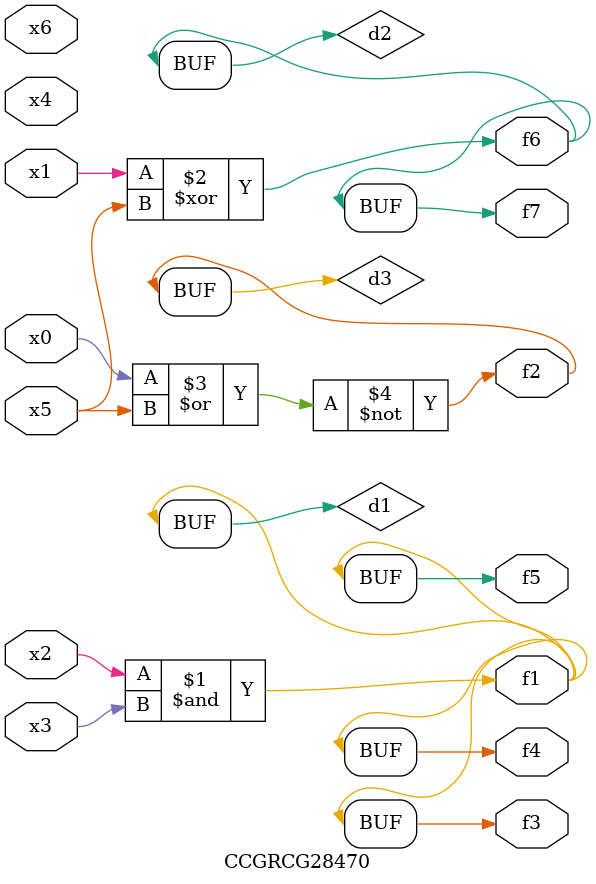
<source format=v>
module CCGRCG28470(
	input x0, x1, x2, x3, x4, x5, x6,
	output f1, f2, f3, f4, f5, f6, f7
);

	wire d1, d2, d3;

	and (d1, x2, x3);
	xor (d2, x1, x5);
	nor (d3, x0, x5);
	assign f1 = d1;
	assign f2 = d3;
	assign f3 = d1;
	assign f4 = d1;
	assign f5 = d1;
	assign f6 = d2;
	assign f7 = d2;
endmodule

</source>
